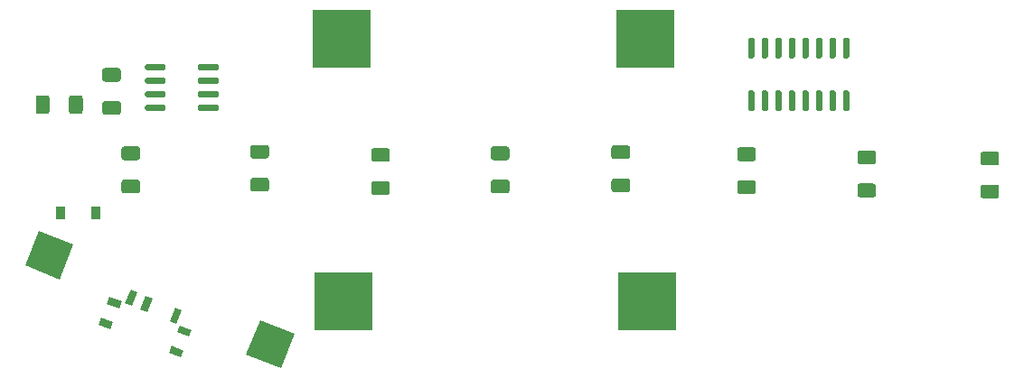
<source format=gbr>
%TF.GenerationSoftware,KiCad,Pcbnew,5.1.10-88a1d61d58~88~ubuntu20.04.1*%
%TF.CreationDate,2021-10-16T20:43:53-04:00*%
%TF.ProjectId,Spaceship-Badge-555,53706163-6573-4686-9970-2d4261646765,rev?*%
%TF.SameCoordinates,Original*%
%TF.FileFunction,Paste,Bot*%
%TF.FilePolarity,Positive*%
%FSLAX46Y46*%
G04 Gerber Fmt 4.6, Leading zero omitted, Abs format (unit mm)*
G04 Created by KiCad (PCBNEW 5.1.10-88a1d61d58~88~ubuntu20.04.1) date 2021-10-16 20:43:53*
%MOMM*%
%LPD*%
G01*
G04 APERTURE LIST*
%ADD10C,0.100000*%
%ADD11R,0.900000X1.200000*%
%ADD12R,5.500000X5.500000*%
G04 APERTURE END LIST*
D10*
%TO.C,SW2*%
G36*
X156942979Y-109636244D02*
G01*
X155631856Y-112881387D01*
X152386713Y-111570264D01*
X153697836Y-108325121D01*
X156942979Y-109636244D01*
G37*
G36*
X177667392Y-118009450D02*
G01*
X176356269Y-121254593D01*
X173111126Y-119943470D01*
X174422249Y-116698327D01*
X177667392Y-118009450D01*
G37*
%TD*%
D11*
%TO.C,D1*%
X159053800Y-106624120D03*
X155753800Y-106624120D03*
%TD*%
D10*
%TO.C,SW1*%
G36*
X162937757Y-114118014D02*
G01*
X162413308Y-115416071D01*
X161764279Y-115153846D01*
X162288728Y-113855789D01*
X162937757Y-114118014D01*
G37*
G36*
X164351712Y-114689289D02*
G01*
X163827263Y-115987346D01*
X163178234Y-115725121D01*
X163702683Y-114427064D01*
X164351712Y-114689289D01*
G37*
G36*
X167110084Y-115803744D02*
G01*
X166585635Y-117101801D01*
X165936606Y-116839576D01*
X166461055Y-115541519D01*
X167110084Y-115803744D01*
G37*
G36*
X161449186Y-114983399D02*
G01*
X161186961Y-115632427D01*
X160074340Y-115182899D01*
X160336565Y-114533871D01*
X161449186Y-114983399D01*
G37*
G36*
X160666258Y-116921214D02*
G01*
X160404033Y-117570242D01*
X159291412Y-117120714D01*
X159553637Y-116471686D01*
X160666258Y-116921214D01*
G37*
G36*
X167260390Y-119585416D02*
G01*
X166998165Y-120234444D01*
X165885544Y-119784916D01*
X166147769Y-119135888D01*
X167260390Y-119585416D01*
G37*
G36*
X168043318Y-117647602D02*
G01*
X167781093Y-118296630D01*
X166668472Y-117847102D01*
X166930697Y-117198074D01*
X168043318Y-117647602D01*
G37*
%TD*%
%TO.C,U2*%
G36*
G01*
X220271000Y-90199800D02*
X220571000Y-90199800D01*
G75*
G02*
X220721000Y-90349800I0J-150000D01*
G01*
X220721000Y-91999800D01*
G75*
G02*
X220571000Y-92149800I-150000J0D01*
G01*
X220271000Y-92149800D01*
G75*
G02*
X220121000Y-91999800I0J150000D01*
G01*
X220121000Y-90349800D01*
G75*
G02*
X220271000Y-90199800I150000J0D01*
G01*
G37*
G36*
G01*
X221541000Y-90199800D02*
X221841000Y-90199800D01*
G75*
G02*
X221991000Y-90349800I0J-150000D01*
G01*
X221991000Y-91999800D01*
G75*
G02*
X221841000Y-92149800I-150000J0D01*
G01*
X221541000Y-92149800D01*
G75*
G02*
X221391000Y-91999800I0J150000D01*
G01*
X221391000Y-90349800D01*
G75*
G02*
X221541000Y-90199800I150000J0D01*
G01*
G37*
G36*
G01*
X222811000Y-90199800D02*
X223111000Y-90199800D01*
G75*
G02*
X223261000Y-90349800I0J-150000D01*
G01*
X223261000Y-91999800D01*
G75*
G02*
X223111000Y-92149800I-150000J0D01*
G01*
X222811000Y-92149800D01*
G75*
G02*
X222661000Y-91999800I0J150000D01*
G01*
X222661000Y-90349800D01*
G75*
G02*
X222811000Y-90199800I150000J0D01*
G01*
G37*
G36*
G01*
X224081000Y-90199800D02*
X224381000Y-90199800D01*
G75*
G02*
X224531000Y-90349800I0J-150000D01*
G01*
X224531000Y-91999800D01*
G75*
G02*
X224381000Y-92149800I-150000J0D01*
G01*
X224081000Y-92149800D01*
G75*
G02*
X223931000Y-91999800I0J150000D01*
G01*
X223931000Y-90349800D01*
G75*
G02*
X224081000Y-90199800I150000J0D01*
G01*
G37*
G36*
G01*
X225351000Y-90199800D02*
X225651000Y-90199800D01*
G75*
G02*
X225801000Y-90349800I0J-150000D01*
G01*
X225801000Y-91999800D01*
G75*
G02*
X225651000Y-92149800I-150000J0D01*
G01*
X225351000Y-92149800D01*
G75*
G02*
X225201000Y-91999800I0J150000D01*
G01*
X225201000Y-90349800D01*
G75*
G02*
X225351000Y-90199800I150000J0D01*
G01*
G37*
G36*
G01*
X226621000Y-90199800D02*
X226921000Y-90199800D01*
G75*
G02*
X227071000Y-90349800I0J-150000D01*
G01*
X227071000Y-91999800D01*
G75*
G02*
X226921000Y-92149800I-150000J0D01*
G01*
X226621000Y-92149800D01*
G75*
G02*
X226471000Y-91999800I0J150000D01*
G01*
X226471000Y-90349800D01*
G75*
G02*
X226621000Y-90199800I150000J0D01*
G01*
G37*
G36*
G01*
X227891000Y-90199800D02*
X228191000Y-90199800D01*
G75*
G02*
X228341000Y-90349800I0J-150000D01*
G01*
X228341000Y-91999800D01*
G75*
G02*
X228191000Y-92149800I-150000J0D01*
G01*
X227891000Y-92149800D01*
G75*
G02*
X227741000Y-91999800I0J150000D01*
G01*
X227741000Y-90349800D01*
G75*
G02*
X227891000Y-90199800I150000J0D01*
G01*
G37*
G36*
G01*
X229161000Y-90199800D02*
X229461000Y-90199800D01*
G75*
G02*
X229611000Y-90349800I0J-150000D01*
G01*
X229611000Y-91999800D01*
G75*
G02*
X229461000Y-92149800I-150000J0D01*
G01*
X229161000Y-92149800D01*
G75*
G02*
X229011000Y-91999800I0J150000D01*
G01*
X229011000Y-90349800D01*
G75*
G02*
X229161000Y-90199800I150000J0D01*
G01*
G37*
G36*
G01*
X229161000Y-95149800D02*
X229461000Y-95149800D01*
G75*
G02*
X229611000Y-95299800I0J-150000D01*
G01*
X229611000Y-96949800D01*
G75*
G02*
X229461000Y-97099800I-150000J0D01*
G01*
X229161000Y-97099800D01*
G75*
G02*
X229011000Y-96949800I0J150000D01*
G01*
X229011000Y-95299800D01*
G75*
G02*
X229161000Y-95149800I150000J0D01*
G01*
G37*
G36*
G01*
X227891000Y-95149800D02*
X228191000Y-95149800D01*
G75*
G02*
X228341000Y-95299800I0J-150000D01*
G01*
X228341000Y-96949800D01*
G75*
G02*
X228191000Y-97099800I-150000J0D01*
G01*
X227891000Y-97099800D01*
G75*
G02*
X227741000Y-96949800I0J150000D01*
G01*
X227741000Y-95299800D01*
G75*
G02*
X227891000Y-95149800I150000J0D01*
G01*
G37*
G36*
G01*
X226621000Y-95149800D02*
X226921000Y-95149800D01*
G75*
G02*
X227071000Y-95299800I0J-150000D01*
G01*
X227071000Y-96949800D01*
G75*
G02*
X226921000Y-97099800I-150000J0D01*
G01*
X226621000Y-97099800D01*
G75*
G02*
X226471000Y-96949800I0J150000D01*
G01*
X226471000Y-95299800D01*
G75*
G02*
X226621000Y-95149800I150000J0D01*
G01*
G37*
G36*
G01*
X225351000Y-95149800D02*
X225651000Y-95149800D01*
G75*
G02*
X225801000Y-95299800I0J-150000D01*
G01*
X225801000Y-96949800D01*
G75*
G02*
X225651000Y-97099800I-150000J0D01*
G01*
X225351000Y-97099800D01*
G75*
G02*
X225201000Y-96949800I0J150000D01*
G01*
X225201000Y-95299800D01*
G75*
G02*
X225351000Y-95149800I150000J0D01*
G01*
G37*
G36*
G01*
X224081000Y-95149800D02*
X224381000Y-95149800D01*
G75*
G02*
X224531000Y-95299800I0J-150000D01*
G01*
X224531000Y-96949800D01*
G75*
G02*
X224381000Y-97099800I-150000J0D01*
G01*
X224081000Y-97099800D01*
G75*
G02*
X223931000Y-96949800I0J150000D01*
G01*
X223931000Y-95299800D01*
G75*
G02*
X224081000Y-95149800I150000J0D01*
G01*
G37*
G36*
G01*
X222811000Y-95149800D02*
X223111000Y-95149800D01*
G75*
G02*
X223261000Y-95299800I0J-150000D01*
G01*
X223261000Y-96949800D01*
G75*
G02*
X223111000Y-97099800I-150000J0D01*
G01*
X222811000Y-97099800D01*
G75*
G02*
X222661000Y-96949800I0J150000D01*
G01*
X222661000Y-95299800D01*
G75*
G02*
X222811000Y-95149800I150000J0D01*
G01*
G37*
G36*
G01*
X221541000Y-95149800D02*
X221841000Y-95149800D01*
G75*
G02*
X221991000Y-95299800I0J-150000D01*
G01*
X221991000Y-96949800D01*
G75*
G02*
X221841000Y-97099800I-150000J0D01*
G01*
X221541000Y-97099800D01*
G75*
G02*
X221391000Y-96949800I0J150000D01*
G01*
X221391000Y-95299800D01*
G75*
G02*
X221541000Y-95149800I150000J0D01*
G01*
G37*
G36*
G01*
X220271000Y-95149800D02*
X220571000Y-95149800D01*
G75*
G02*
X220721000Y-95299800I0J-150000D01*
G01*
X220721000Y-96949800D01*
G75*
G02*
X220571000Y-97099800I-150000J0D01*
G01*
X220271000Y-97099800D01*
G75*
G02*
X220121000Y-96949800I0J150000D01*
G01*
X220121000Y-95299800D01*
G75*
G02*
X220271000Y-95149800I150000J0D01*
G01*
G37*
%TD*%
%TO.C,U1*%
G36*
G01*
X168581000Y-96949400D02*
X168581000Y-96649400D01*
G75*
G02*
X168731000Y-96499400I150000J0D01*
G01*
X170381000Y-96499400D01*
G75*
G02*
X170531000Y-96649400I0J-150000D01*
G01*
X170531000Y-96949400D01*
G75*
G02*
X170381000Y-97099400I-150000J0D01*
G01*
X168731000Y-97099400D01*
G75*
G02*
X168581000Y-96949400I0J150000D01*
G01*
G37*
G36*
G01*
X168581000Y-95679400D02*
X168581000Y-95379400D01*
G75*
G02*
X168731000Y-95229400I150000J0D01*
G01*
X170381000Y-95229400D01*
G75*
G02*
X170531000Y-95379400I0J-150000D01*
G01*
X170531000Y-95679400D01*
G75*
G02*
X170381000Y-95829400I-150000J0D01*
G01*
X168731000Y-95829400D01*
G75*
G02*
X168581000Y-95679400I0J150000D01*
G01*
G37*
G36*
G01*
X168581000Y-94409400D02*
X168581000Y-94109400D01*
G75*
G02*
X168731000Y-93959400I150000J0D01*
G01*
X170381000Y-93959400D01*
G75*
G02*
X170531000Y-94109400I0J-150000D01*
G01*
X170531000Y-94409400D01*
G75*
G02*
X170381000Y-94559400I-150000J0D01*
G01*
X168731000Y-94559400D01*
G75*
G02*
X168581000Y-94409400I0J150000D01*
G01*
G37*
G36*
G01*
X168581000Y-93139400D02*
X168581000Y-92839400D01*
G75*
G02*
X168731000Y-92689400I150000J0D01*
G01*
X170381000Y-92689400D01*
G75*
G02*
X170531000Y-92839400I0J-150000D01*
G01*
X170531000Y-93139400D01*
G75*
G02*
X170381000Y-93289400I-150000J0D01*
G01*
X168731000Y-93289400D01*
G75*
G02*
X168581000Y-93139400I0J150000D01*
G01*
G37*
G36*
G01*
X163631000Y-93139400D02*
X163631000Y-92839400D01*
G75*
G02*
X163781000Y-92689400I150000J0D01*
G01*
X165431000Y-92689400D01*
G75*
G02*
X165581000Y-92839400I0J-150000D01*
G01*
X165581000Y-93139400D01*
G75*
G02*
X165431000Y-93289400I-150000J0D01*
G01*
X163781000Y-93289400D01*
G75*
G02*
X163631000Y-93139400I0J150000D01*
G01*
G37*
G36*
G01*
X163631000Y-94409400D02*
X163631000Y-94109400D01*
G75*
G02*
X163781000Y-93959400I150000J0D01*
G01*
X165431000Y-93959400D01*
G75*
G02*
X165581000Y-94109400I0J-150000D01*
G01*
X165581000Y-94409400D01*
G75*
G02*
X165431000Y-94559400I-150000J0D01*
G01*
X163781000Y-94559400D01*
G75*
G02*
X163631000Y-94409400I0J150000D01*
G01*
G37*
G36*
G01*
X163631000Y-95679400D02*
X163631000Y-95379400D01*
G75*
G02*
X163781000Y-95229400I150000J0D01*
G01*
X165431000Y-95229400D01*
G75*
G02*
X165581000Y-95379400I0J-150000D01*
G01*
X165581000Y-95679400D01*
G75*
G02*
X165431000Y-95829400I-150000J0D01*
G01*
X163781000Y-95829400D01*
G75*
G02*
X163631000Y-95679400I0J150000D01*
G01*
G37*
G36*
G01*
X163631000Y-96949400D02*
X163631000Y-96649400D01*
G75*
G02*
X163781000Y-96499400I150000J0D01*
G01*
X165431000Y-96499400D01*
G75*
G02*
X165581000Y-96649400I0J-150000D01*
G01*
X165581000Y-96949400D01*
G75*
G02*
X165431000Y-97099400I-150000J0D01*
G01*
X163781000Y-97099400D01*
G75*
G02*
X163631000Y-96949400I0J150000D01*
G01*
G37*
%TD*%
%TO.C,R12*%
G36*
G01*
X243398001Y-102199000D02*
X242147999Y-102199000D01*
G75*
G02*
X241898000Y-101949001I0J249999D01*
G01*
X241898000Y-101148999D01*
G75*
G02*
X242147999Y-100899000I249999J0D01*
G01*
X243398001Y-100899000D01*
G75*
G02*
X243648000Y-101148999I0J-249999D01*
G01*
X243648000Y-101949001D01*
G75*
G02*
X243398001Y-102199000I-249999J0D01*
G01*
G37*
G36*
G01*
X243398001Y-105299000D02*
X242147999Y-105299000D01*
G75*
G02*
X241898000Y-105049001I0J249999D01*
G01*
X241898000Y-104248999D01*
G75*
G02*
X242147999Y-103999000I249999J0D01*
G01*
X243398001Y-103999000D01*
G75*
G02*
X243648000Y-104248999I0J-249999D01*
G01*
X243648000Y-105049001D01*
G75*
G02*
X243398001Y-105299000I-249999J0D01*
G01*
G37*
%TD*%
%TO.C,R11*%
G36*
G01*
X231867001Y-102097000D02*
X230616999Y-102097000D01*
G75*
G02*
X230367000Y-101847001I0J249999D01*
G01*
X230367000Y-101046999D01*
G75*
G02*
X230616999Y-100797000I249999J0D01*
G01*
X231867001Y-100797000D01*
G75*
G02*
X232117000Y-101046999I0J-249999D01*
G01*
X232117000Y-101847001D01*
G75*
G02*
X231867001Y-102097000I-249999J0D01*
G01*
G37*
G36*
G01*
X231867001Y-105197000D02*
X230616999Y-105197000D01*
G75*
G02*
X230367000Y-104947001I0J249999D01*
G01*
X230367000Y-104146999D01*
G75*
G02*
X230616999Y-103897000I249999J0D01*
G01*
X231867001Y-103897000D01*
G75*
G02*
X232117000Y-104146999I0J-249999D01*
G01*
X232117000Y-104947001D01*
G75*
G02*
X231867001Y-105197000I-249999J0D01*
G01*
G37*
%TD*%
%TO.C,R10*%
G36*
G01*
X220614001Y-101792000D02*
X219363999Y-101792000D01*
G75*
G02*
X219114000Y-101542001I0J249999D01*
G01*
X219114000Y-100741999D01*
G75*
G02*
X219363999Y-100492000I249999J0D01*
G01*
X220614001Y-100492000D01*
G75*
G02*
X220864000Y-100741999I0J-249999D01*
G01*
X220864000Y-101542001D01*
G75*
G02*
X220614001Y-101792000I-249999J0D01*
G01*
G37*
G36*
G01*
X220614001Y-104892000D02*
X219363999Y-104892000D01*
G75*
G02*
X219114000Y-104642001I0J249999D01*
G01*
X219114000Y-103841999D01*
G75*
G02*
X219363999Y-103592000I249999J0D01*
G01*
X220614001Y-103592000D01*
G75*
G02*
X220864000Y-103841999I0J-249999D01*
G01*
X220864000Y-104642001D01*
G75*
G02*
X220614001Y-104892000I-249999J0D01*
G01*
G37*
%TD*%
%TO.C,R9*%
G36*
G01*
X208829001Y-101614000D02*
X207578999Y-101614000D01*
G75*
G02*
X207329000Y-101364001I0J249999D01*
G01*
X207329000Y-100563999D01*
G75*
G02*
X207578999Y-100314000I249999J0D01*
G01*
X208829001Y-100314000D01*
G75*
G02*
X209079000Y-100563999I0J-249999D01*
G01*
X209079000Y-101364001D01*
G75*
G02*
X208829001Y-101614000I-249999J0D01*
G01*
G37*
G36*
G01*
X208829001Y-104714000D02*
X207578999Y-104714000D01*
G75*
G02*
X207329000Y-104464001I0J249999D01*
G01*
X207329000Y-103663999D01*
G75*
G02*
X207578999Y-103414000I249999J0D01*
G01*
X208829001Y-103414000D01*
G75*
G02*
X209079000Y-103663999I0J-249999D01*
G01*
X209079000Y-104464001D01*
G75*
G02*
X208829001Y-104714000I-249999J0D01*
G01*
G37*
%TD*%
%TO.C,R8*%
G36*
G01*
X197526001Y-101716000D02*
X196275999Y-101716000D01*
G75*
G02*
X196026000Y-101466001I0J249999D01*
G01*
X196026000Y-100665999D01*
G75*
G02*
X196275999Y-100416000I249999J0D01*
G01*
X197526001Y-100416000D01*
G75*
G02*
X197776000Y-100665999I0J-249999D01*
G01*
X197776000Y-101466001D01*
G75*
G02*
X197526001Y-101716000I-249999J0D01*
G01*
G37*
G36*
G01*
X197526001Y-104816000D02*
X196275999Y-104816000D01*
G75*
G02*
X196026000Y-104566001I0J249999D01*
G01*
X196026000Y-103765999D01*
G75*
G02*
X196275999Y-103516000I249999J0D01*
G01*
X197526001Y-103516000D01*
G75*
G02*
X197776000Y-103765999I0J-249999D01*
G01*
X197776000Y-104566001D01*
G75*
G02*
X197526001Y-104816000I-249999J0D01*
G01*
G37*
%TD*%
%TO.C,R7*%
G36*
G01*
X186324001Y-101868000D02*
X185073999Y-101868000D01*
G75*
G02*
X184824000Y-101618001I0J249999D01*
G01*
X184824000Y-100817999D01*
G75*
G02*
X185073999Y-100568000I249999J0D01*
G01*
X186324001Y-100568000D01*
G75*
G02*
X186574000Y-100817999I0J-249999D01*
G01*
X186574000Y-101618001D01*
G75*
G02*
X186324001Y-101868000I-249999J0D01*
G01*
G37*
G36*
G01*
X186324001Y-104968000D02*
X185073999Y-104968000D01*
G75*
G02*
X184824000Y-104718001I0J249999D01*
G01*
X184824000Y-103917999D01*
G75*
G02*
X185073999Y-103668000I249999J0D01*
G01*
X186324001Y-103668000D01*
G75*
G02*
X186574000Y-103917999I0J-249999D01*
G01*
X186574000Y-104718001D01*
G75*
G02*
X186324001Y-104968000I-249999J0D01*
G01*
G37*
%TD*%
%TO.C,R6*%
G36*
G01*
X174996001Y-101564000D02*
X173745999Y-101564000D01*
G75*
G02*
X173496000Y-101314001I0J249999D01*
G01*
X173496000Y-100513999D01*
G75*
G02*
X173745999Y-100264000I249999J0D01*
G01*
X174996001Y-100264000D01*
G75*
G02*
X175246000Y-100513999I0J-249999D01*
G01*
X175246000Y-101314001D01*
G75*
G02*
X174996001Y-101564000I-249999J0D01*
G01*
G37*
G36*
G01*
X174996001Y-104664000D02*
X173745999Y-104664000D01*
G75*
G02*
X173496000Y-104414001I0J249999D01*
G01*
X173496000Y-103613999D01*
G75*
G02*
X173745999Y-103364000I249999J0D01*
G01*
X174996001Y-103364000D01*
G75*
G02*
X175246000Y-103613999I0J-249999D01*
G01*
X175246000Y-104414001D01*
G75*
G02*
X174996001Y-104664000I-249999J0D01*
G01*
G37*
%TD*%
%TO.C,R5*%
G36*
G01*
X162930001Y-101716000D02*
X161679999Y-101716000D01*
G75*
G02*
X161430000Y-101466001I0J249999D01*
G01*
X161430000Y-100665999D01*
G75*
G02*
X161679999Y-100416000I249999J0D01*
G01*
X162930001Y-100416000D01*
G75*
G02*
X163180000Y-100665999I0J-249999D01*
G01*
X163180000Y-101466001D01*
G75*
G02*
X162930001Y-101716000I-249999J0D01*
G01*
G37*
G36*
G01*
X162930001Y-104816000D02*
X161679999Y-104816000D01*
G75*
G02*
X161430000Y-104566001I0J249999D01*
G01*
X161430000Y-103765999D01*
G75*
G02*
X161679999Y-103516000I249999J0D01*
G01*
X162930001Y-103516000D01*
G75*
G02*
X163180000Y-103765999I0J-249999D01*
G01*
X163180000Y-104566001D01*
G75*
G02*
X162930001Y-104816000I-249999J0D01*
G01*
G37*
%TD*%
%TO.C,R2*%
G36*
G01*
X159877999Y-96150600D02*
X161128001Y-96150600D01*
G75*
G02*
X161378000Y-96400599I0J-249999D01*
G01*
X161378000Y-97200601D01*
G75*
G02*
X161128001Y-97450600I-249999J0D01*
G01*
X159877999Y-97450600D01*
G75*
G02*
X159628000Y-97200601I0J249999D01*
G01*
X159628000Y-96400599D01*
G75*
G02*
X159877999Y-96150600I249999J0D01*
G01*
G37*
G36*
G01*
X159877999Y-93050600D02*
X161128001Y-93050600D01*
G75*
G02*
X161378000Y-93300599I0J-249999D01*
G01*
X161378000Y-94100601D01*
G75*
G02*
X161128001Y-94350600I-249999J0D01*
G01*
X159877999Y-94350600D01*
G75*
G02*
X159628000Y-94100601I0J249999D01*
G01*
X159628000Y-93300599D01*
G75*
G02*
X159877999Y-93050600I249999J0D01*
G01*
G37*
%TD*%
%TO.C,R1*%
G36*
G01*
X154700000Y-95869599D02*
X154700000Y-97119601D01*
G75*
G02*
X154450001Y-97369600I-249999J0D01*
G01*
X153649999Y-97369600D01*
G75*
G02*
X153400000Y-97119601I0J249999D01*
G01*
X153400000Y-95869599D01*
G75*
G02*
X153649999Y-95619600I249999J0D01*
G01*
X154450001Y-95619600D01*
G75*
G02*
X154700000Y-95869599I0J-249999D01*
G01*
G37*
G36*
G01*
X157800000Y-95869599D02*
X157800000Y-97119601D01*
G75*
G02*
X157550001Y-97369600I-249999J0D01*
G01*
X156749999Y-97369600D01*
G75*
G02*
X156500000Y-97119601I0J249999D01*
G01*
X156500000Y-95869599D01*
G75*
G02*
X156749999Y-95619600I249999J0D01*
G01*
X157550001Y-95619600D01*
G75*
G02*
X157800000Y-95869599I0J-249999D01*
G01*
G37*
%TD*%
D12*
%TO.C,BT2*%
X210541200Y-90286840D03*
X182041200Y-90286840D03*
%TD*%
%TO.C,BT1*%
X210694000Y-114960000D03*
X182194000Y-114960000D03*
%TD*%
M02*

</source>
